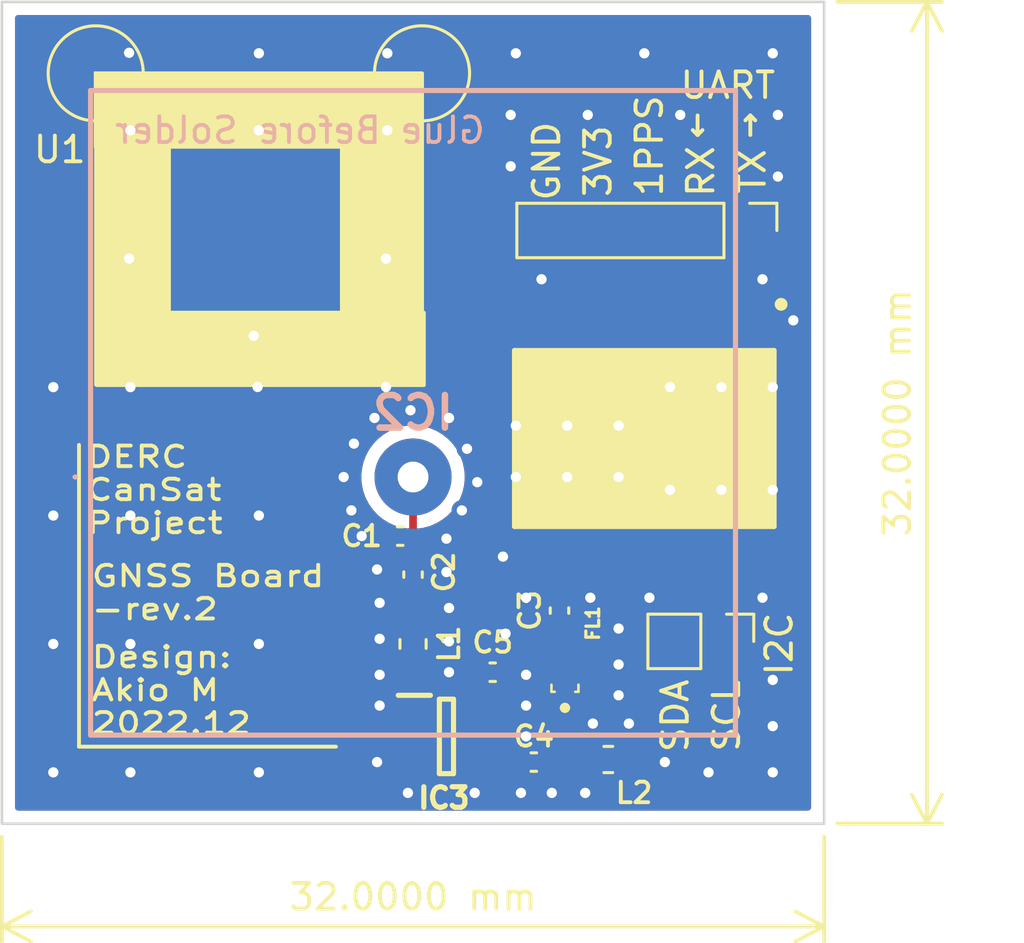
<source format=kicad_pcb>
(kicad_pcb (version 20211014) (generator pcbnew)
  (layers (0 "F.Cu" signal) (1 "In1.Cu" power) (2 "In2.Cu" power) (31 "B.Cu" mixed) (34 "B.Paste" user) (35 "F.Paste" user) (36 "B.SilkS" user "B.Silkscreen") (37 "F.SilkS" user "F.Silkscreen") (38 "B.Mask" user) (39 "F.Mask" user) (44 "Edge.Cuts" user))
  (net 0 "")
  (net 1 "Net-(C1-Pad1)")
  (net 2 "GND2")
  (net 3 "Net-(C2-Pad2)")
  (net 4 "Net-(C3-Pad1)")
  (net 5 "Net-(C3-Pad2)")
  (net 6 "Net-(C4-Pad1)")
  (net 7 "Net-(C4-Pad2)")
  (net 8 "/VCC_RF")
  (net 9 "/GNSS_TX")
  (net 10 "/GNSS_RX")
  (net 11 "/GNSS_1PPS")
  (net 13 "+3V0")
  (net 14 "+3V3")
  (net 19 "Net-(IC3-Pad1)")
  (net 20 "/SDA")
  (net 21 "/SCL")
  (footprint "SamacSys_Parts:SON110P970X1010X230-18N" (layer "F.Cu") (at 185 67 -90)
    (fp_text reference "IC1" (at 0 0 90) (layer "F.SilkS") (effects (font (size 1.27 1.27) (thickness 0.254))))
    (fp_text value "TESEO-LIV3F" hide)
    (fp_line (start 3.425 5.05) (end -3.425 5.05) (layer "F.SilkS") (width 0.2))
    (fp_line (start 3.425 -5.05) (end 3.425 5.05) (layer "F.SilkS") (width 0.2))
    (fp_line (start -3.425 -5.05) (end 3.425 -5.05) (layer "F.SilkS") (width 0.2))
    (fp_line (start -3.425 5.05) (end -3.425 -5.05) (layer "F.SilkS") (width 0.2))
    (fp_circle (center -5.225 -5.325) (end -5.225 -5.2) (layer "F.SilkS") (width 0.25) (fill none))
    (pad "1" smd rect locked (at -4.5 -4.4) (size 0.85 1.45) (layers "F.Cu" "F.Paste" "F.Mask") (net 2 "GND2"))
    (pad "2" smd rect locked (at -4.5 -3.3) (size 0.85 1.45) (layers "F.Cu" "F.Paste" "F.Mask") (net 9 "/GNSS_TX"))
    (pad "3" smd rect locked (at -4.5 -2.2) (size 0.85 1.45) (layers "F.Cu" "F.Paste" "F.Mask") (net 10 "/GNSS_RX"))
    (pad "4" smd rect locked (at -4.5 -1.1) (size 0.85 1.45) (layers "F.Cu" "F.Paste" "F.Mask") (net 11 "/GNSS_1PPS"))
    (pad "5" smd rect locked (at -4.5 0) (size 0.85 1.45) (layers "F.Cu" "F.Paste" "F.Mask"))
    (pad "6" smd rect locked (at -4.5 1.1) (size 0.85 1.45) (layers "F.Cu" "F.Paste" "F.Mask") (net 13 "+3V0"))
    (pad "7" smd rect locked (at -4.5 2.2) (size 0.85 1.45) (layers "F.Cu" "F.Paste" "F.Mask") (net 14 "+3V3"))
    (pad "8" smd rect locked (at -4.5 3.3) (size 0.85 1.45) (layers "F.Cu" "F.Paste" "F.Mask") (net 14 "+3V3"))
    (pad "9" smd rect locked (at -4.5 4.4) (size 0.85 1.45) (layers "F.Cu" "F.Paste" "F.Mask"))
    (pad "10" smd rect locked (at 4.5 4.4) (size 0.85 1.45) (layers "F.Cu" "F.Paste" "F.Mask") (net 2 "GND2"))
    (pad "11" smd rect locked (at 4.5 3.3) (size 0.85 1.45) (layers "F.Cu" "F.Paste" "F.Mask") (net 5 "Net-(C3-Pad2)"))
    (pad "12" smd rect locked (at 4.5 2.2) (size 0.85 1.45) (layers "F.Cu" "F.Paste" "F.Mask") (net 2 "GND2"))
    (pad "13" smd rect locked (at 4.5 1.1) (size 0.85 1.45) (layers "F.Cu" "F.Paste" "F.Mask"))
    (pad "14" smd rect locked (at 4.5 0) (size 0.85 1.45) (layers "F.Cu" "F.Paste" "F.Mask") (net 8 "/VCC_RF"))
    (pad "15" smd rect locked (at 4.5 -1.1) (size 0.85 1.45) (layers "F.Cu" "F.Paste" "F.Mask"))
    (pad "16" smd rect locked (at 4.5 -2.2) (size 0.85 1.45) (layers "F.Cu" "F.Paste" "F.Mask") (net 20 "/SDA"))
    (pad "17" smd rect locked (at 4.5 -3.3) (size 0.85 1.45) (layers "F.Cu" "F.Paste" "F.Mask") (net 21 "/SCL"))
    (pad "18" smd rect locked (at 4.5 -4.4) (size 0.85 1.45) (layers "F.Cu" "F.Paste" "F.Mask"))
  )
  (footprint "Capacitor_SMD:C_0402_1005Metric" (layer "F.Cu") (at 179.1 76.1)
    (fp_text reference "C5" (at 0 -1.16) (layer "F.SilkS") (effects (font (size 0.8 0.8))))
    (fp_text value "470p")
    (fp_line (start -0.107836 0.36) (end 0.107836 0.36) (layer "F.SilkS") (width 0.12))
    (fp_line (start -0.107836 -0.36) (end 0.107836 -0.36) (layer "F.SilkS") (width 0.12))
    (pad "1" smd roundrect (at -0.48 0) (size 0.56 0.62) (layers "F.Cu" "F.Paste" "F.Mask") (net 8 "/VCC_RF"))
    (pad "2" smd roundrect (at 0.48 0) (size 0.56 0.62) (layers "F.Cu" "F.Paste" "F.Mask") (net 2 "GND2"))
  )
  (footprint "Capacitor_SMD:C_0402_1005Metric" (layer "F.Cu") (at 176 72.3 -90)
    (fp_text reference "C2" (at -0.1 -1.2 90) (layer "F.SilkS") (effects (font (size 0.8 0.8))))
    (fp_text value "100p")
    (fp_line (start -0.107836 -0.36) (end 0.107836 -0.36) (layer "F.SilkS") (width 0.12))
    (fp_line (start -0.107836 0.36) (end 0.107836 0.36) (layer "F.SilkS") (width 0.12))
    (pad "1" smd roundrect (at -0.48 0 270) (size 0.56 0.62) (layers "F.Cu" "F.Paste" "F.Mask") (net 1 "Net-(C1-Pad1)"))
    (pad "2" smd roundrect (at 0.48 0 270) (size 0.56 0.62) (layers "F.Cu" "F.Paste" "F.Mask") (net 3 "Net-(C2-Pad2)"))
  )
  (footprint "Inductor_SMD:L_0603_1608Metric_Pad1.05x0.95mm_HandSolder" (layer "F.Cu") (at 183.6 79.5)
    (fp_text reference "L2" (at 1 1.3) (layer "F.SilkS") (effects (font (size 0.8 0.8))))
    (fp_text value "6.8n")
    (fp_line (start -0.171267 -0.51) (end 0.171267 -0.51) (layer "F.SilkS") (width 0.12))
    (fp_line (start -0.171267 0.51) (end 0.171267 0.51) (layer "F.SilkS") (width 0.12))
    (pad "1" smd roundrect (at -0.875 0) (size 1.05 0.95) (layers "F.Cu" "F.Paste" "F.Mask") (net 7 "Net-(C4-Pad2)"))
    (pad "2" smd roundrect (at 0.875 0) (size 1.05 0.95) (layers "F.Cu" "F.Paste" "F.Mask") (net 2 "GND2"))
  )
  (footprint "Capacitor_SMD:C_0402_1005Metric" (layer "F.Cu") (at 175.5 70.8 180)
    (fp_text reference "C1" (at 1.5 0) (layer "F.SilkS") (effects (font (size 0.8 0.8))))
    (fp_text value "1p")
    (fp_line (start -0.107836 0.36) (end 0.107836 0.36) (layer "F.SilkS") (width 0.12))
    (fp_line (start -0.107836 -0.36) (end 0.107836 -0.36) (layer "F.SilkS") (width 0.12))
    (pad "1" smd roundrect (at -0.48 0 180) (size 0.56 0.62) (layers "F.Cu" "F.Paste" "F.Mask") (net 1 "Net-(C1-Pad1)"))
    (pad "2" smd roundrect (at 0.48 0 180) (size 0.56 0.62) (layers "F.Cu" "F.Paste" "F.Mask") (net 2 "GND2"))
  )
  (footprint "SamacSys_Parts:SOT95P280X145-6N" (layer "F.Cu") (at 177.3 78.6)
    (fp_text reference "IC3" (at -0.1 2.4) (layer "F.SilkS") (effects (font (size 0.8 0.8) (thickness 0.2))))
    (fp_text value "MAX2641EUT+T" hide)
    (fp_line (start -1.875 -1.6) (end -0.625 -1.6) (layer "F.SilkS") (width 0.2))
    (fp_line (start -0.275 1.45) (end -0.275 -1.45) (layer "F.SilkS") (width 0.2))
    (fp_line (start -0.275 -1.45) (end 0.275 -1.45) (layer "F.SilkS") (width 0.2))
    (fp_line (start 0.275 1.45) (end -0.275 1.45) (layer "F.SilkS") (width 0.2))
    (fp_line (start 0.275 -1.45) (end 0.275 1.45) (layer "F.SilkS") (width 0.2))
    (pad "1" smd rect locked (at -1.25 -0.95 90) (size 0.6 1.25) (layers "F.Cu" "F.Paste" "F.Mask") (net 19 "Net-(IC3-Pad1)"))
    (pad "2" smd rect locked (at -1.25 0 90) (size 0.6 1.25) (layers "F.Cu" "F.Paste" "F.Mask") (net 2 "GND2"))
    (pad "3" smd rect locked (at -1.25 0.95 90) (size 0.6 1.25) (layers "F.Cu" "F.Paste" "F.Mask") (net 2 "GND2"))
    (pad "4" smd rect locked (at 1.25 0.95 90) (size 0.6 1.25) (layers "F.Cu" "F.Paste" "F.Mask") (net 6 "Net-(C4-Pad1)"))
    (pad "5" smd rect locked (at 1.25 0 90) (size 0.6 1.25) (layers "F.Cu" "F.Paste" "F.Mask") (net 2 "GND2"))
    (pad "6" smd rect locked (at 1.25 -0.95 90) (size 0.6 1.25) (layers "F.Cu" "F.Paste" "F.Mask") (net 8 "/VCC_RF"))
  )
  (footprint "tanekonsat:PinHeader_1x05_P2.00mm_Vertical" (layer "F.Cu") (at 189.1 58.9 -90)
    (fp_text reference "J1" hide)
    (fp_text value "Conn_01x05_Male")
    (fp_line (start -1.06 1) (end 1.06 1) (layer "F.SilkS") (width 0.12))
    (fp_line (start 1.06 1) (end 1.06 9.06) (layer "F.SilkS") (width 0.12))
    (fp_line (start -1.06 0) (end -1.06 -1.06) (layer "F.SilkS") (width 0.12))
    (fp_line (start -1.06 -1.06) (end 0 -1.06) (layer "F.SilkS") (width 0.12))
    (fp_line (start -1.06 1) (end -1.06 9.06) (layer "F.SilkS") (width 0.12))
    (fp_line (start -1.06 9.06) (end 1.06 9.06) (layer "F.SilkS") (width 0.12))
    (pad "1" smd rect (at 0 0 270) (size 2 1.35) (layers "F.Cu" "F.Paste" "F.Mask") (net 9 "/GNSS_TX"))
    (pad "2" smd oval (at 0 2 270) (size 2 1.35) (layers "F.Cu" "F.Paste" "F.Mask") (net 10 "/GNSS_RX"))
    (pad "3" smd oval (at 0 4 270) (size 2 1.35) (layers "F.Cu" "F.Paste" "F.Mask") (net 11 "/GNSS_1PPS"))
    (pad "4" smd oval (at 0 6 270) (size 2 1.35) (layers "F.Cu" "F.Paste" "F.Mask") (net 14 "+3V3"))
    (pad "5" smd oval (at 0 8 270) (size 2 1.35) (layers "F.Cu" "F.Paste" "F.Mask") (net 2 "GND2"))
  )
  (footprint "SamacSys_Parts:SAFEA1G58KA0F00R15" (layer "F.Cu") (at 181.913 76.188 90)
    (fp_text reference "FL1" (at 1.988 1.087 90) (layer "F.SilkS") (effects (font (size 0.5 0.5) (thickness 0.125))))
    (fp_text value "SAFEA1G58KA0F00R15" hide)
    (fp_line (start -0.675 -0.4) (end -0.675 -0.525) (layer "F.SilkS") (width 0.1))
    (fp_line (start -0.675 -0.525) (end -0.4 -0.525) (layer "F.SilkS") (width 0.1))
    (fp_line (start -1.3 0.1) (end -1.3 0.1) (layer "F.SilkS") (width 0.2))
    (fp_line (start -0.675 0.525) (end -0.4 0.525) (layer "F.SilkS") (width 0.1))
    (fp_line (start -0.675 0.4) (end -0.675 0.525) (layer "F.SilkS") (width 0.1))
    (fp_line (start -1.3 -0.1) (end -1.3 -0.1) (layer "F.SilkS") (width 0.2))
    (fp_arc (start -1.3 0.1) (mid -1.4 0) (end -1.3 -0.1) (layer "F.SilkS") (width 0.2))
    (fp_arc (start -1.3 -0.1) (mid -1.2 0) (end -1.3 0.1) (layer "F.SilkS") (width 0.2))
    (pad "1" smd rect locked (at -0.588 0 180) (size 0.325 0.425) (layers "F.Cu" "F.Paste" "F.Mask") (net 7 "Net-(C4-Pad2)"))
    (pad "2" smd rect locked (at 0 0.387 90) (size 0.25 0.525) (layers "F.Cu" "F.Paste" "F.Mask") (net 2 "GND2"))
    (pad "3" smd rect locked (at 0.588 0.287 180) (size 0.325 0.425) (layers "F.Cu" "F.Paste" "F.Mask") (net 2 "GND2"))
    (pad "4" smd rect locked (at 0.588 -0.287 180) (size 0.325 0.425) (layers "F.Cu" "F.Paste" "F.Mask") (net 4 "Net-(C3-Pad1)"))
    (pad "5" smd rect locked (at 0 -0.387 90) (size 0.25 0.525) (layers "F.Cu" "F.Paste" "F.Mask") (net 2 "GND2"))
  )
  (footprint "Inductor_SMD:L_0603_1608Metric_Pad1.05x0.95mm_HandSolder" (layer "F.Cu") (at 176 75 -90)
    (fp_text reference "L1" (at 0 -1.4 90) (layer "F.SilkS") (effects (font (size 0.8 0.8))))
    (fp_text value "5.6n")
    (fp_line (start -0.171267 0.51) (end 0.171267 0.51) (layer "F.SilkS") (width 0.12))
    (fp_line (start -0.171267 -0.51) (end 0.171267 -0.51) (layer "F.SilkS") (width 0.12))
    (pad "1" smd roundrect (at -0.875 0 270) (size 1.05 0.95) (layers "F.Cu" "F.Paste" "F.Mask") (net 3 "Net-(C2-Pad2)"))
    (pad "2" smd roundrect (at 0.875 0 270) (size 1.05 0.95) (layers "F.Cu" "F.Paste" "F.Mask") (net 19 "Net-(IC3-Pad1)"))
  )
  (footprint "Capacitor_SMD:C_0402_1005Metric" (layer "F.Cu") (at 180.7 79.6)
    (fp_text reference "C4" (at 0 -1) (layer "F.SilkS") (effects (font (size 0.8 0.8))))
    (fp_text value "100p")
    (fp_line (start -0.107836 0.36) (end 0.107836 0.36) (layer "F.SilkS") (width 0.12))
    (fp_line (start -0.107836 -0.36) (end 0.107836 -0.36) (layer "F.SilkS") (width 0.12))
    (pad "1" smd roundrect (at -0.48 0) (size 0.56 0.62) (layers "F.Cu" "F.Paste" "F.Mask") (net 6 "Net-(C4-Pad1)"))
    (pad "2" smd roundrect (at 0.48 0) (size 0.56 0.62) (layers "F.Cu" "F.Paste" "F.Mask") (net 7 "Net-(C4-Pad2)"))
  )
  (footprint "tanekonsat:PinHeader_1x02_P2.00mm_Vertical" (layer "F.Cu") (at 188.2 74.9 -90)
    (fp_text reference "J2" hide)
    (fp_text value "I2C")
    (fp_line (start -1.06 1) (end -1.06 3.06) (layer "F.SilkS") (width 0.12))
    (fp_line (start -1.06 -1.06) (end 0 -1.06) (layer "F.SilkS") (width 0.12))
    (fp_line (start -1.06 3.06) (end 1.06 3.06) (layer "F.SilkS") (width 0.12))
    (fp_line (start 1.06 1) (end 1.06 3.06) (layer "F.SilkS") (width 0.12))
    (fp_line (start -1.06 0) (end -1.06 -1.06) (layer "F.SilkS") (width 0.12))
    (fp_line (start -1.06 1) (end 1.06 1) (layer "F.SilkS") (width 0.12))
    (pad "1" smd rect (at 0 0 270) (size 2 1.35) (layers "F.Cu" "F.Paste" "F.Mask") (net 21 "/SCL"))
    (pad "2" smd oval (at 0 2 270) (size 2 1.35) (layers "F.Cu" "F.Paste" "F.Mask") (net 20 "/SDA"))
  )
  (footprint "Capacitor_SMD:C_0402_1005Metric" (layer "F.Cu") (at 181.7 73.7 90)
    (fp_text reference "C3" (at 0 -1.16 90) (layer "F.SilkS") (effects (font (size 0.8 0.8))))
    (fp_text value "120p")
    (fp_line (start -0.107836 0.36) (end 0.107836 0.36) (layer "F.SilkS") (width 0.12))
    (fp_line (start -0.107836 -0.36) (end 0.107836 -0.36) (layer "F.SilkS") (width 0.12))
    (pad "1" smd roundrect (at -0.48 0 90) (size 0.56 0.62) (layers "F.Cu" "F.Paste" "F.Mask") (net 4 "Net-(C3-Pad1)"))
    (pad "2" smd roundrect (at 0.48 0 90) (size 0.56 0.62) (layers "F.Cu" "F.Paste" "F.Mask") (net 5 "Net-(C3-Pad2)"))
  )
  (footprint "tanekonsat:CR1025_Holder" (layer "F.Cu") (at 163.65 64.880338)
    (fp_text reference "U1" (at -1.4 -9.130338 unlocked) (layer "F.SilkS"))
    (fp_text value "CR1025")
    (fp_rect (start 0 0) (end 12.7 -12.1) (layer "F.SilkS") (width 0.12) (fill none))
    (fp_circle (center 0 -12.1) (end 0 -10.25) (layer "F.SilkS") (width 0.12) (fill none))
    (fp_circle (center 12.7 -12.1) (end 12.75 -10.25) (layer "F.SilkS") (width 0.12) (fill none))
    (fp_circle (center 6.25 -6.05) (end 11.25 -6.05) (layer "F.SilkS") (width 0.12) (fill none))
    (pad "1" smd roundrect (at 6.25 -6) (size 5.5 5.5) (layers "F.Cu" "F.Paste" "F.Mask") (net 2 "GND2"))
    (pad "2" smd roundrect (at -1.5 -5.6) (size 3 4.6) (layers "F.Cu" "F.Paste" "F.Mask") (net 13 "+3V0"))
    (pad "2" smd roundrect (at 14.2 -5.6) (size 3 4.6) (layers "F.Cu" "F.Paste" "F.Mask") (net 13 "+3V0"))
  )
  (footprint "SamacSys_Parts:CGGBPD25A" (layer "B.Cu") (at 176 68.5 180)
    (fp_text reference "IC2" (at 0 2.5) (layer "B.SilkS") (effects (font (size 1.27 1.27) (thickness 0.254)) (justify mirror)))
    (fp_text value "CGGBPD.25.A" hide)
    (fp_line (start 12.55 15.05) (end 12.55 -10.05) (layer "B.SilkS") (width 0.2))
    (fp_line (start 13.1 0) (end 13.1 0) (layer "B.SilkS") (width 0.1))
    (fp_line (start 13.2 0) (end 13.2 0) (layer "B.SilkS") (width 0.1))
    (fp_line (start -12.55 -10.05) (end -12.55 15.05) (layer "B.SilkS") (width 0.2))
    (fp_line (start -12.55 15.05) (end 12.55 15.05) (layer "B.SilkS") (width 0.2))
    (fp_line (start 12.55 -10.05) (end -12.55 -10.05) (layer "B.SilkS") (width 0.2))
    (fp_arc (start 13.1 0) (mid 13.15 -0.05) (end 13.2 0) (layer "B.SilkS") (width 0.1))
    (fp_arc (start 13.2 0) (mid 13.15 0.05) (end 13.1 0) (layer "B.SilkS") (width 0.1))
    (pad "1" thru_hole circle locked (at 0 0 180) (size 3 3) (drill 1.2) (layers *.Cu *.Mask) (net 1 "Net-(C1-Pad1)"))
  )
  (gr_line (start 163 67.25) (end 163 79) (layer "F.SilkS") (width 0.15))
  (gr_rect (start 163.65 52.780338) (end 176.35 55.640338) (layer "F.SilkS") (width 0.15) (fill solid))
  (gr_line (start 163 79) (end 173 79) (layer "F.SilkS") (width 0.15))
  (gr_rect (start 179.95 63.575) (end 190.05 70.425) (layer "F.SilkS") (width 0.15) (fill solid))
  (gr_rect (start 176.42 64.919662) (end 163.68 62.1) (layer "F.SilkS") (width 0.15) (fill solid))
  (gr_rect (start 173.230338 62.080338) (end 176.35 55.640338) (layer "F.SilkS") (width 0.15) (fill solid))
  (gr_rect (start 163.680338 62.07) (end 166.5 55.63) (layer "F.SilkS") (width 0.15) (fill solid))
  (gr_rect (start 160 50) (end 192 82) (layer "Edge.Cuts") (width 0.1) (fill none))
  (gr_text "Glue Before Solder" (at 171.6 55) (layer "B.SilkS") (effects (font (size 1 1)) (justify mirror)))
  (gr_text "DERC\nCanSat\nProject" (at 163.2 69) (layer "F.SilkS") (effects (font (size 0.8 1)) (justify left)))
  (gr_text "SCL" (at 188.2 77.8 90) (layer "F.SilkS") (effects (font (size 1 1))))
  (gr_text "I2C" (at 190.25 75 90) (layer "F.SilkS") (effects (font (size 1 1))))
  (gr_text "SDA" (at 186.2 77.8 90) (layer "F.SilkS") (effects (font (size 1 1))))
  (gr_text "UART" (at 188.25 53.25) (layer "F.SilkS") (effects (font (size 1 1))))
  (gr_text "Design:\nAkio M\n2022.12" (at 163.4 76.8) (layer "F.SilkS") (effects (font (size 0.8 1)) (justify left)))
  (gr_text "RX" (at 187.2 56.6 90) (layer "F.SilkS") (effects (font (size 1 1))))
  (gr_text "←" (at 187 54.8 90) (layer "F.SilkS") (effects (font (size 1 1))))
  (gr_text "TX" (at 189.2 56.6 90) (layer "F.SilkS") (effects (font (size 1 1))))
  (gr_text "3V3" (at 183.2 56.2 90) (layer "F.SilkS") (effects (font (size 1 1))))
  (gr_text "←" (at 189.2 54.8 -90) (layer "F.SilkS") (effects (font (size 1 1))))
  (gr_text "GNSS Board\n-rev.2" (at 163.4 73) (layer "F.SilkS") (effects (font (size 0.8 1)) (justify left)))
  (gr_text "1PPS" (at 185.2 55.6 90) (layer "F.SilkS") (effects (font (size 1 1))))
  (gr_text "GND" (at 181.2 56.2 90) (layer "F.SilkS") (effects (font (size 1 1))))
  (dimension (type aligned) (layer "F.SilkS") (pts (xy 192 82) (xy 192 50)) (height 4) (gr_text "32.0000 mm" (at 194.85 66 90) (layer "F.SilkS") (effects (font (size 1 1) (thickness 0.15)))) (format (units 3) (units_format 1) (precision 4)) (style (thickness 0.15) (arrow_length 1.27) (text_position_mode 0) (extension_height 0.58642) (extension_offset 0.5) keep_text_aligned))
  (dimension (type aligned) (layer "F.SilkS") (pts (xy 160 82) (xy 192 82)) (height 4) (gr_text "32.0000 mm" (at 176 84.85) (layer "F.SilkS") (effects (font (size 1 1) (thickness 0.15)))) (format (units 3) (units_format 1) (precision 4)) (style (thickness 0.15) (arrow_length 1.27) (text_position_mode 0) (extension_height 0.58642) (extension_offset 0.5) keep_text_aligned))
  (segment (start 175.98 71.8) (end 176 71.82) (width 0.3) (layer "F.Cu") (net 1))
  (segment (start 176 68.5) (end 176 70.78) (width 0.3) (layer "F.Cu") (net 1))
  (segment (start 175.98 70.8) (end 175.98 71.8) (width 0.3) (layer "F.Cu") (net 1))
  (segment (start 176 70.78) (end 175.98 70.8) (width 0.3) (layer "F.Cu") (net 1))
  (segment (start 182.3 76.188) (end 182.3 76.3) (width 0.2) (layer "F.Cu") (net 2))
  (segment (start 190.8 62.4) (end 189.5 62.4) (width 0.5) (layer "F.Cu") (net 2))
  (segment (start 176.05 79.55) (end 176.05 78.6) (width 0.3) (layer "F.Cu") (net 2))
  (segment (start 178.55 78.6) (end 176.05 78.6) (width 0.3) (layer "F.Cu") (net 2))
  (segment (start 180.4 78.6) (end 178.55 78.6) (width 0.5) (layer "F.Cu") (net 2))
  (segment (start 180.5 75.2995) (end 180.5 75.2) (width 0.2) (layer "F.Cu") (net 2))
  (segment (start 180.6 71.5) (end 180.6 73) (width 0.5) (layer "F.Cu") (net 2))
  (segment (start 182.3 76.3) (end 182.8 76.8) (width 0.2) (layer "F.Cu") (net 2))
  (segment (start 182.2 75.6) (end 182.8 75) (width 0.2) (layer "F.Cu") (net 2))
  (segment (start 182.9 71.6) (end 182.8 71.5) (width 0.5) (layer "F.Cu") (net 2))
  (segment (start 181.412 76.188) (end 180.7 76.9) (width 0.2) (layer "F.Cu") (net 2))
  (segment (start 179.668 76.188) (end 181.526 76.188) (width 0.2) (layer "F.Cu") (net 2))
  (segment (start 181.526 76.188) (end 181.3885 76.188) (width 0.2) (layer "F.Cu") (net 2))
  (segment (start 183.4 75.6) (end 183.7 75.6) (width 0.2) (layer "F.Cu") (net 2))
  (segment (start 180.6 73) (end 180.4 73.2) (width 0.5) (layer "F.Cu") (net 2))
  (segment (start 181.526 76.188) (end 181.412 76.188) (width 0.2) (layer "F.Cu") (net 2))
  (segment (start 182.2 75.6) (end 183.4 75.6) (width 0.2) (layer "F.Cu") (net 2))
  (segment (start 183.188 76.188) (end 182.3 76.188) (width 0.2) (layer "F.Cu") (net 2))
  (segment (start 181.3885 76.188) (end 180.5 75.2995) (width 0.2) (layer "F.Cu") (net 2))
  (segment (start 183.7 76.7) (end 183.188 76.188) (width 0.2) (layer "F.Cu") (net 2))
  (segment (start 179.6 71.5) (end 179.5 71.6) (width 0.5) (layer "F.Cu") (net 2))
  (segment (start 182.8 75) (end 182.8 74.8) (width 0.2) (layer "F.Cu") (net 2))
  (segment (start 182.9 73.2) (end 182.9 71.6) (width 0.5) (layer "F.Cu") (net 2))
  (segment (start 180.6 71.5) (end 179.6 71.5) (width 0.5) (layer "F.Cu") (net 2))
  (segment (start 189.5 62.4) (end 189.4 62.5) (width 0.5) (layer "F.Cu") (net 2))
  (segment (start 179.58 76.1) (end 179.668 76.188) (width 0.2) (layer "F.Cu") (net 2))
  (via (at 190.2 54.4) (size 0.8) (drill 0.4) (layers "F.Cu" "B.Cu") (net 2))
  (via (at 174.7 77.4) (size 0.8) (drill 0.4) (layers "F.Cu" "B.Cu") (net 2))
  (via (at 175.8 80.8) (size 0.8) (drill 0.4) (layers "F.Cu" "B.Cu") (net 2))
  (via (at 177.9 69.8) (size 0.8) (drill 0.4) (layers "F.Cu" "B.Cu") (net 2))
  (via (at 179.8 54.4) (size 0.8) (drill 0.4) (layers "F.Cu" "B.Cu") (net 2))
  (via (at 184 66.5) (size 0.8) (drill 0.4) (layers "F.Cu" "B.Cu") (net 2))
  (via (at 190 76.4) (size 0.8) (drill 0.4) (layers "F.Cu" "B.Cu") (net 2))
  (via (at 169.949162 64.993872) (size 0.8) (drill 0.4) (layers "F.Cu" "B.Cu") (net 2))
  (via (at 178.4 80.8) (size 0.8) (drill 0.4) (layers "F.Cu" "B.Cu") (net 2))
  (via (at 185 52) (size 0.8) (drill 0.4) (layers "F.Cu" "B.Cu") (net 2))
  (via (at 178.1 67.4) (size 0.8) (drill 0.4) (layers "F.Cu" "B.Cu") (net 2))
  (via (at 189.6 73.2) (size 0.8) (drill 0.4) (layers "F.Cu" "B.Cu") (net 2))
  (via (at 170 75) (size 0.8) (drill 0.4) (layers "F.Cu" "B.Cu") (net 2))
  (via (at 173.7 67.2) (size 0.8) (drill 0.4) (layers "F.Cu" "B.Cu") (net 2))
  (via (at 180.2 80.8) (size 0.8) (drill 0.4) (layers "F.Cu" "B.Cu") (net 2))
  (via (at 180.4 76.2) (size 0.8) (drill 0.4) (layers "F.Cu" "B.Cu") (net 2))
  (via (at 162 65) (size 0.8) (drill 0.4) (layers "F.Cu" "B.Cu") (net 2))
  (via (at 165 55) (size 0.8) (drill 0.4) (layers "F.Cu" "B.Cu") (net 2))
  (via (at 170 70) (size 0.8) (drill 0.4) (layers "F.Cu" "B.Cu") (net 2))
  (via (at 177.3 70.9) (size 0.8) (drill 0.4) (layers "F.Cu" "B.Cu") (net 2))
  (via (at 165 65) (size 0.8) (drill 0.4) (layers "F.Cu" "B.Cu") (net 2))
  (via (at 190 65) (size 0.8) (drill 0.4) (layers "F.Cu" "B.Cu") (net 2))
  (via (at 180.4 77.4) (size 0.8) (drill 0.4) (layers "F.Cu" "B.Cu") (net 2))
  (via (at 186 69) (size 0.8) (drill 0.4) (layers "F.Cu" "B.Cu") (net 2))
  (via (at 186.4 54.4) (size 0.8) (drill 0.4) (layers "F.Cu" "B.Cu") (net 2))
  (via (at 182 68.5) (size 0.8) (drill 0.4) (layers "F.Cu" "B.Cu") (net 2))
  (via (at 162 75) (size 0.8) (drill 0.4) (layers "F.Cu" "B.Cu") (net 2))
  (via (at 180.4 73.2) (size 0.8) (drill 0.4) (layers "F.Cu" "B.Cu") (net 2))
  (via (at 184 77) (size 0.8) (drill 0.4) (layers "F.Cu" "B.Cu") (net 2))
  (via (at 181 60.8) (size 0.8) (drill 0.4) (layers "F.Cu" "B.Cu") (net 2))
  (via (at 187.5 80) (size 0.8) (drill 0.4) (layers "F.Cu" "B.Cu") (net 2))
  (via (at 184.4 78.1) (size 0.8) (drill 0.4) (layers "F.Cu" "B.Cu") (net 2))
  (via (at 181.4 80.8) (size 0.8) (drill 0.4) (layers "F.Cu" "B.Cu") (net 2))
  (via (at 174 70.8) (size 0.8) (drill 0.4) (layers "F.Cu" "B.Cu") (net 2))
  (via (at 177.4 66.2) (size 0.8) (drill 0.4) (layers "F.Cu" "B.Cu") (net 2))
  (via (at 190 69) (size 0.8) (drill 0.4) (layers "F.Cu" "B.Cu") (net 2))
  (via (at 177.4 74.9) (size 0.8) (drill 0.4) (layers "F.Cu" "B.Cu") (net 2))
  (via (at 185.2 73.2) (size 0.8) (drill 0.4) (layers "F.Cu" "B.Cu") (net 2))
  (via (at 174.947119 59.995915) (size 0.8) (drill 0.4) (layers "F.Cu" "B.Cu") (net 2))
  (via (at 179.5 71.6) (size 0.8) (drill 0.4) (layers "F.Cu" "B.Cu") (net 2))
  (via (at 174.6 79.6) (size 0.8) (drill 0.4) (layers "F.Cu" "B.Cu") (net 2))
  (via (at 170 52) (size 0.8) (drill 0.4) (layers "F.Cu" "B.Cu") (net 2))
  (via (at 185.8 79.6) (size 0.8) (drill 0.4) (layers "F.Cu" "B.Cu") (net 2))
  (via (at 188 65) (size 0.8) (drill 0.4) (layers "F.Cu" "B.Cu") (net 2))
  (via (at 184 74.4) (size 0.8) (drill 0.4) (layers "F.Cu" "B.Cu") (net 2))
  (via (at 184 75.8) (size 0.8) (drill 0.4) (layers "F.Cu" "B.Cu") (net 2))
  (via (at 165 75) (size 0.8) (drill 0.4) (layers "F.Cu" "B.Cu") (net 2))
  (via (at 173.6 69.8) (size 0.8) (drill 0.4) (layers "F.Cu" "B.Cu") (net 2))
  (via (at 162 70) (size 0.8) (drill 0.4) (layers "F.Cu" "B.Cu") (net 2))
  (via (at 174.6 72.1) (size 0.8) (drill 0.4) (layers "F.Cu" "B.Cu") (net 2))
  (via (at 190.8 62.4) (size 0.8) (drill 0.4) (layers "F.Cu" "B.Cu") (net 2))
  (via (at 180 52) (size 0.8) (drill 0.4) (layers "F.Cu" "B.Cu") (net 2))
  (via (at 190 52) (size 0.8) (drill 0.4) (layers "F.Cu" "B.Cu") (net 2))
  (via (at 164.949162 51.981298) (size 0.8) (drill 0.4) (layers "F.Cu" "B.Cu") (net 2))
  (via (at 174.5 66.2) (size 0.8) (drill 0.4) (layers "F.Cu" "B.Cu") (net 2))
  (via (at 178.5 68.7) (size 0.8) (drill 0.4) (layers "F.Cu" "B.Cu") (net 2))
  (via (at 174.7 76.2) (size 0.8) (drill 0.4) (layers "F.Cu" "B.Cu") (net 2))
  (via (at 175 55) (size 0.8) (drill 0.4) (layers "F.Cu" "B.Cu") (net 2))
  (via (at 189.6 60.8) (size 0.8) (drill 0.4) (layers "F.Cu" "B.Cu") (net 2))
  (via (at 173.3 68.5) (size 0.8) (drill 0.4) (layers "F.Cu" "B.Cu") (net 2))
  (via (at 177.4 73.6) (size 0.8) (drill 0.4) (layers "F.Cu" "B.Cu") (net 2))
  (via (at 165 80) (size 0.8) (drill 0.4) (layers "F.Cu" "B.Cu") (net 2))
  (via (at 184 68.5) (size 0.8) (drill 0.4) (layers "F.Cu" "B.Cu") (net 2))
  (via (at 170 80) (size 0.8) (drill 0.4) (layers "F.Cu" "B.Cu") (net 2))
  (via (at 190 80) (size 0.8) (drill 0.4) (layers "F.Cu" "B.Cu") (net 2))
  (via (at 179.8 56.4) (size 0.8) (drill 0.4) (layers "F.Cu" "B.Cu") (net 2))
  (via (at 169.8 63) (size 0.8) (drill 0.4) (layers "F.Cu" "B.Cu") (net 2))
  (via (at 186 65) (size 0.8) (drill 0.4) (layers "F.Cu" "B.Cu") (net 2))
  (via (at 182.7 80.8) (size 0.8) (drill 0.4) (layers "F.Cu" "B.Cu") (net 2))
  (via (at 164.951204 59.995915) (size 0.8) (drill 0.4) (layers "F.Cu" "B.Cu") (net 2))
  (via (at 170 55) (size 0.8) (drill 0.4) (layers "F.Cu" "B.Cu") (net 2))
  (via (at 177.3 72.2) (size 0.8) (drill 0.4) (layers "F.Cu" "B.Cu") (net 2))
  (via (at 190 78.2) (size 0.8) (drill 0.4) (layers "F.Cu" "B.Cu") (net 2))
  (via (at 182 66.5) (size 0.8) (drill 0.4) (layers "F.Cu" "B.Cu") (net 2))
  (via (at 174.947119 64.993872) (size 0.8) (drill 0.4) (layers "F.Cu" "B.Cu") (net 2))
  (via (at 182.8 54.4) (size 0.8) (drill 0.4) (layers "F.Cu" "B.Cu") (net 2))
  (via (at 177.4 76.1) (size 0.8) (drill 0.4) (layers "F.Cu" "B.Cu") (net 2))
  (via (at 179.6 74.6) (size 0.8) (drill 0.4) (layers "F.Cu" "B.Cu") (net 2))
  (via (at 190.2 56.8) (size 0.8) (drill 0.4) (layers "F.Cu" "B.Cu") (net 2))
  (via (at 175.9 65.9) (size 0.8) (drill 0.4) (layers "F.Cu" "B.Cu") (net 2))
  (via (at 182.9 73.2) (size 0.8) (drill 0.4) (layers "F.Cu" "B.Cu") (net 2))
  (via (at 174.7 74.8) (size 0.8) (drill 0.4) (layers "F.Cu" "B.Cu") (net 2))
  (via (at 180.4 78.6) (size 0.8) (drill 0.4) (layers "F.Cu" "B.Cu") (net 2))
  (via (at 183 78.1) (size 0.8) (drill 0.4) (layers "F.Cu" "B.Cu") (net 2))
  (via (at 180 68.5) (size 0.8) (drill 0.4) (layers "F.Cu" "B.Cu") (net 2))
  (via (at 188 69) (size 0.8) (drill 0.4) (layers "F.Cu" "B.Cu") (net 2))
  (via (at 165 70) (size 0.8) (drill 0.4) (layers "F.Cu" "B.Cu") (net 2))
  (via (at 180 66.5) (size 0.8) (drill 0.4) (layers "F.Cu" "B.Cu") (net 2))
  (via (at 162 80) (size 0.8) (drill 0.4) (layers "F.Cu" "B.Cu") (net 2))
  (via (at 175 52) (size 0.8) (drill 0.4) (layers "F.Cu" "B.Cu") (net 2))
  (via (at 174.7 73.4) (size 0.8) (drill 0.4) (layers "F.Cu" "B.Cu") (net 2))
  (segment (start 176 72.78) (end 176 74.125) (width 0.3) (layer "F.Cu") (net 3))
  (segment (start 181.626 75.6) (end 181.626 74.254) (width 0.3) (layer "F.Cu") (net 4))
  (segment (start 181.626 74.254) (end 181.7 74.18) (width 0.3) (layer "F.Cu") (net 4))
  (segment (start 181.7 73.22) (end 181.7 71.5) (width 0.3) (layer "F.Cu") (net 5))
  (segment (start 178.55 79.55) (end 180.17 79.55) (width 0.3) (layer "F.Cu") (net 6))
  (segment (start 180.17 79.55) (end 180.22 79.6) (width 0.3) (layer "F.Cu") (net 6))
  (segment (start 181.913 79.487) (end 181.8 79.6) (width 0.3) (layer "F.Cu") (net 7))
  (segment (start 181.913 76.776) (end 181.913 79.487) (width 0.3) (layer "F.Cu") (net 7))
  (segment (start 181.18 79.6) (end 181.8 79.6) (width 0.3) (layer "F.Cu") (net 7))
  (segment (start 182.625 79.6) (end 182.725 79.5) (width 0.3) (layer "F.Cu") (net 7))
  (segment (start 181.8 79.6) (end 182.625 79.6) (width 0.3) (layer "F.Cu") (net 7))
  (segment (start 178.55 77.65) (end 178.55 76.17) (width 0.3) (layer "F.Cu") (net 8))
  (segment (start 185 70.475) (end 185 71.5) (width 0.3) (layer "F.Cu") (net 8))
  (segment (start 178.62 70.38) (end 179.5 69.5) (width 0.3) (layer "F.Cu") (net 8))
  (segment (start 179.5 69.5) (end 184.025 69.5) (width 0.3) (layer "F.Cu") (net 8))
  (segment (start 178.55 76.17) (end 178.62 76.1) (width 0.3) (layer "F.Cu") (net 8))
  (segment (start 184.025 69.5) (end 185 70.475) (width 0.3) (layer "F.Cu") (net 8))
  (segment (start 178.62 76.1) (end 178.62 70.38) (width 0.3) (layer "F.Cu") (net 8))
  (segment (start 189.1 59.9) (end 189.1 58.9) (width 0.5) (layer "F.Cu") (net 9))
  (segment (start 188.3 60.7) (end 189.1 59.9) (width 0.5) (layer "F.Cu") (net 9))
  (segment (start 188.3 62.5) (end 188.3 60.7) (width 0.5) (layer "F.Cu") (net 9))
  (segment (start 187.2 62.5) (end 187.2 59) (width 0.5) (layer "F.Cu") (net 10))
  (segment (start 187.2 59) (end 187.1 58.9) (width 0.5) (layer "F.Cu") (net 10))
  (segment (start 186.1 61.5) (end 185.1 60.5) (width 0.5) (layer "F.Cu") (net 11))
  (segment (start 185.1 60.5) (end 185.1 58.9) (width 0.5) (layer "F.Cu") (net 11))
  (segment (start 186.1 62.5) (end 186.1 61.5) (width 0.5) (layer "F.Cu") (net 11))
  (segment (start 183.9 63.725) (end 183.9 62.5) (width 0.5) (layer "F.Cu") (net 13))
  (segment (start 177.85 59.280338) (end 177.85 63.05) (width 0.5) (layer "F.Cu") (net 13))
  (segment (start 177.85 63.05) (end 179.3 64.5) (width 0.5) (layer "F.Cu") (net 13))
  (segment (start 179.3 64.5) (end 183.125 64.5) (width 0.5) (layer "F.Cu") (net 13))
  (segment (start 183.125 64.5) (end 183.9 63.725) (width 0.5) (layer "F.Cu") (net 13))
  (segment (start 181.7 62.5) (end 182.8 62.5) (width 0.5) (layer "F.Cu") (net 14))
  (segment (start 182.8 59.2) (end 183.1 58.9) (width 0.5) (layer "F.Cu") (net 14))
  (segment (start 182.8 62.5) (end 182.8 59.2) (width 0.5) (layer "F.Cu") (net 14))
  (segment (start 176 75.875) (end 176 77.6) (width 0.3) (layer "F.Cu") (net 19))
  (segment (start 176 77.6) (end 176.05 77.65) (width 0.3) (layer "F.Cu") (net 19))
  (segment (start 187.2 72.725) (end 186.2 73.725) (width 0.5) (layer "F.Cu") (net 20))
  (segment (start 186.2 73.725) (end 186.2 74.9) (width 0.5) (layer "F.Cu") (net 20))
  (segment (start 187.2 71.5) (end 187.2 72.725) (width 0.5) (layer "F.Cu") (net 20))
  (segment (start 188.2 74.9) (end 188.2 71.6) (width 0.5) (layer "F.Cu") (net 21))
  (segment (start 188.2 71.6) (end 188.3 71.5) (width 0.5) (layer "F.Cu") (net 21))
  (zone (net 2) (net_name "GND2") (layers "F.Cu" "In1.Cu" "In2.Cu" "B.Cu") (connect_pads (clearance 0.508)) (min_thickness 0.254) (fill yes (thermal_gap 0.508) (thermal_bridge_width 0.508))
    (polygon (pts (xy 192 82) (xy 160 82) (xy 160 50) (xy 192 50)))
  )
)
</source>
